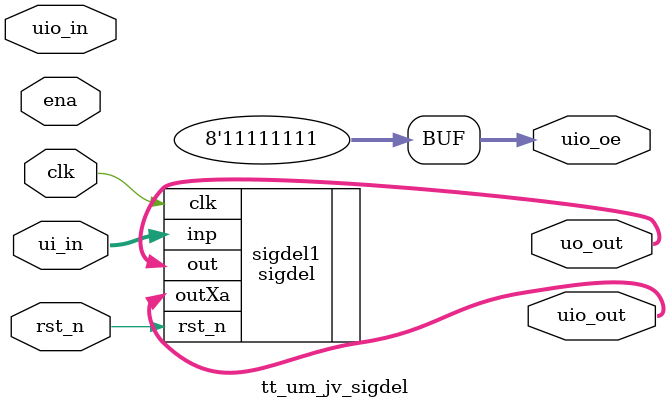
<source format=v>
/*
 * Copyright (c) 2024 Your Name
 * SPDX-License-Identifier: Apache-2.0
 */

`define default_netname none

module tt_um_jv_sigdel (
    input  wire [7:0] ui_in,    // Dedicated inputs
    output wire [7:0] uo_out,   // Dedicated outputs
    input  wire [7:0] uio_in,   // IOs: Input path
    output wire [7:0] uio_out,  // IOs: Output path
    output wire [7:0] uio_oe,   // IOs: Enable path (active high: 0=input, 1=output)
    input  wire       ena,      // will go high when the design is enabled
    input  wire       clk,      // clock
    input  wire       rst_n     // reset_n - low to reset
);

  // All output pins must be assigned. If not used, assign to 0.
  // assign uo_out  = ui_in + uio_in;  // Example: ou_out is the sum of ui_in and uio_in
  assign uio_oe  = 8'b1111_1111;

sigdel sigdel1(.clk(clk),
               .rst_n(rst_n),
               .inp(ui_in),
               .out(uo_out),
               .outXa(uio_out));

endmodule

</source>
